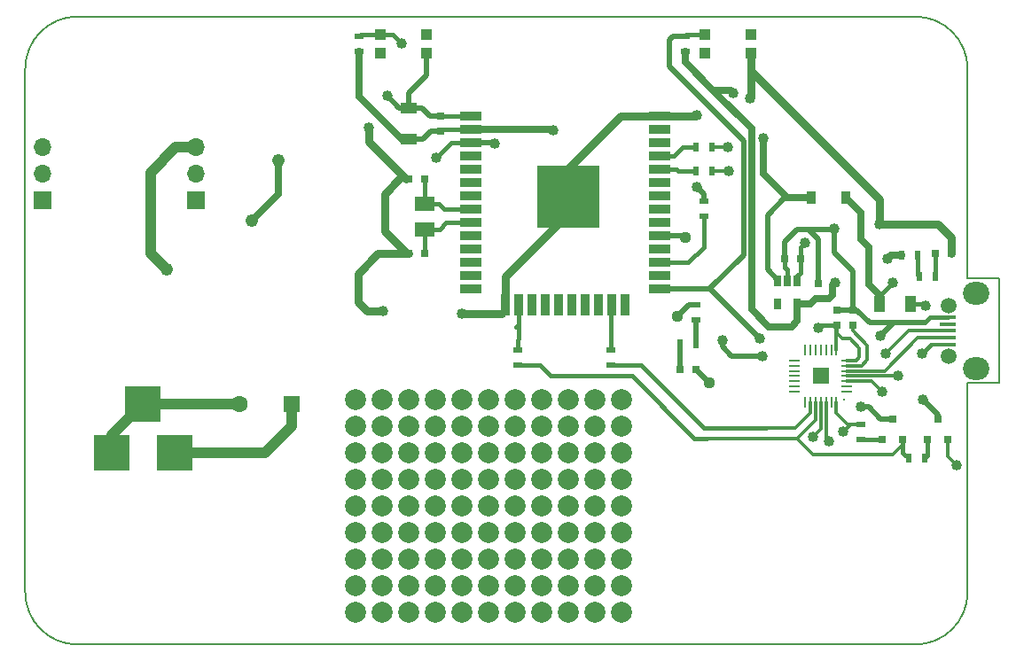
<source format=gbr>
G04 #@! TF.FileFunction,Copper,L1,Top,Signal*
%FSLAX46Y46*%
G04 Gerber Fmt 4.6, Leading zero omitted, Abs format (unit mm)*
G04 Created by KiCad (PCBNEW (2015-01-16 BZR 5376)-product) date 23-May-17 3:49:53 PM*
%MOMM*%
G01*
G04 APERTURE LIST*
%ADD10C,0.100000*%
%ADD11C,0.150000*%
%ADD12R,1.600000X1.000000*%
%ADD13R,0.750000X0.800000*%
%ADD14R,0.800000X0.750000*%
%ADD15R,1.600000X0.400000*%
%ADD16C,1.500000*%
%ADD17O,2.500000X2.200000*%
%ADD18R,2.000000X0.900000*%
%ADD19R,0.900000X2.000000*%
%ADD20R,6.000000X6.000000*%
%ADD21R,0.900000X0.500000*%
%ADD22R,0.500000X0.900000*%
%ADD23R,1.000760X1.000760*%
%ADD24R,0.650000X1.060000*%
%ADD25R,1.900000X1.400000*%
%ADD26R,0.797560X0.797560*%
%ADD27R,0.800100X0.800100*%
%ADD28R,1.000000X1.600000*%
%ADD29R,1.000760X0.231140*%
%ADD30R,0.231140X1.000760*%
%ADD31R,1.501140X1.501140*%
%ADD32C,0.299720*%
%ADD33R,1.600000X1.600000*%
%ADD34C,1.600000*%
%ADD35R,3.500000X3.500000*%
%ADD36R,0.910000X1.220000*%
%ADD37C,2.000000*%
%ADD38R,1.700000X1.700000*%
%ADD39O,1.700000X1.700000*%
%ADD40C,1.010000*%
%ADD41C,1.210000*%
%ADD42C,1.110000*%
%ADD43C,0.635000*%
%ADD44C,0.381000*%
%ADD45C,0.508000*%
%ADD46C,0.762000*%
%ADD47C,0.304800*%
%ADD48C,1.016000*%
G04 APERTURE END LIST*
D10*
D11*
X65000000Y-112500000D02*
X65000000Y-82500000D01*
X155000000Y-77500000D02*
X155000000Y-87500000D01*
X65000000Y-122500000D02*
X65000000Y-112500000D01*
X65000000Y-72500000D02*
X65000000Y-82500000D01*
X158000000Y-102500000D02*
X155000000Y-102500000D01*
X158000000Y-92500000D02*
X158000000Y-102500000D01*
X155000000Y-92500000D02*
X158000000Y-92500000D01*
X150000000Y-67500000D02*
X70000000Y-67500000D01*
X155000000Y-77500000D02*
X155000000Y-72500000D01*
X155000000Y-122500000D02*
X155000000Y-102500000D01*
X70000000Y-127500000D02*
X150000000Y-127500000D01*
X155000000Y-72500000D02*
G75*
G03X150000000Y-67500000I-5000000J0D01*
G01*
X150000000Y-127500000D02*
G75*
G03X155000000Y-122500000I0J5000000D01*
G01*
X65000000Y-122500000D02*
G75*
G03X70000000Y-127500000I5000000J0D01*
G01*
X70000000Y-67500000D02*
G75*
G03X65000000Y-72500000I0J-5000000D01*
G01*
X155000000Y-92500000D02*
X155000000Y-87500000D01*
D12*
X101600000Y-79224000D03*
X101600000Y-76224000D03*
D13*
X104648000Y-78474000D03*
X104648000Y-76974000D03*
D14*
X139053000Y-90678000D03*
X137553000Y-90678000D03*
X103112000Y-83058000D03*
X101612000Y-83058000D03*
X103112000Y-90170000D03*
X101612000Y-90170000D03*
D13*
X140716000Y-94476000D03*
X140716000Y-92976000D03*
X144018000Y-97016000D03*
X144018000Y-95516000D03*
D15*
X153062000Y-98836000D03*
X153062000Y-98186000D03*
X153062000Y-97536000D03*
X153062000Y-96886000D03*
X153062000Y-96236000D03*
D16*
X153162000Y-99961000D03*
D17*
X155812000Y-101161000D03*
D16*
X153162000Y-95111000D03*
D17*
X155812000Y-93911000D03*
D18*
X107586000Y-77046000D03*
X107586000Y-78316000D03*
X107586000Y-79586000D03*
X107586000Y-80856000D03*
X107586000Y-82126000D03*
X107586000Y-83396000D03*
X107586000Y-84666000D03*
X107586000Y-85936000D03*
X107586000Y-87206000D03*
X107586000Y-88476000D03*
X107586000Y-89746000D03*
X107586000Y-91016000D03*
X107586000Y-92286000D03*
X107586000Y-93556000D03*
X125586000Y-77046000D03*
X125586000Y-93556000D03*
X125586000Y-92286000D03*
X125586000Y-91016000D03*
X125586000Y-89746000D03*
X125586000Y-88476000D03*
X125586000Y-87206000D03*
X125586000Y-85936000D03*
X125586000Y-84666000D03*
X125586000Y-83396000D03*
X125586000Y-82126000D03*
X125586000Y-80856000D03*
X125586000Y-79586000D03*
X125586000Y-78316000D03*
D19*
X110871000Y-95046000D03*
X112156000Y-95046000D03*
X113411000Y-95046000D03*
X114681000Y-95046000D03*
X115951000Y-95046000D03*
X117221000Y-95046000D03*
X118491000Y-95046000D03*
X119761000Y-95046000D03*
X121031000Y-95046000D03*
X122301000Y-95046000D03*
D20*
X116886000Y-84746000D03*
D21*
X96901000Y-70854000D03*
X96901000Y-69354000D03*
D22*
X127520000Y-98806000D03*
X129020000Y-98806000D03*
D21*
X129032000Y-95008000D03*
X129032000Y-96508000D03*
D22*
X150229000Y-90297000D03*
X148729000Y-90297000D03*
X151880000Y-92329000D03*
X150380000Y-92329000D03*
D21*
X128016000Y-70854000D03*
X128016000Y-69354000D03*
X144780000Y-107938000D03*
X144780000Y-106438000D03*
D22*
X150864000Y-109728000D03*
X149364000Y-109728000D03*
D23*
X98892000Y-69204000D03*
X103292000Y-71004000D03*
X98892000Y-71004000D03*
X103292000Y-69204000D03*
X129880000Y-69204000D03*
X134280000Y-71004000D03*
X129880000Y-71004000D03*
X134280000Y-69204000D03*
D24*
X138745000Y-92753000D03*
X137795000Y-92753000D03*
X136845000Y-92753000D03*
X136845000Y-94953000D03*
X138745000Y-94953000D03*
D25*
X103124000Y-85414000D03*
X103124000Y-87814000D03*
D26*
X129019300Y-101219000D03*
X127520700Y-101219000D03*
X153403300Y-90170000D03*
X151904700Y-90170000D03*
D27*
X146878000Y-107934760D03*
X148778000Y-107934760D03*
X147828000Y-105935780D03*
X151196000Y-107934760D03*
X153096000Y-107934760D03*
X152146000Y-105935780D03*
D13*
X142494000Y-95516000D03*
X142494000Y-97016000D03*
D28*
X146582000Y-94996000D03*
X149582000Y-94996000D03*
D21*
X120904000Y-99326000D03*
X120904000Y-100826000D03*
X112014000Y-99326000D03*
X112014000Y-100826000D03*
D22*
X129044000Y-80010000D03*
X130544000Y-80010000D03*
X129044000Y-82296000D03*
X130544000Y-82296000D03*
D29*
X143469360Y-100352860D03*
X143469360Y-100853240D03*
X143469360Y-101353620D03*
X143469360Y-101854000D03*
X143469360Y-102354380D03*
X143469360Y-102854760D03*
X143469360Y-103355140D03*
D30*
X142471140Y-104353360D03*
X141970760Y-104353360D03*
X141470380Y-104353360D03*
X140970000Y-104353360D03*
X140469620Y-104353360D03*
X139969240Y-104353360D03*
X139468860Y-104353360D03*
D29*
X138470640Y-103355140D03*
X138470640Y-102854760D03*
X138470640Y-102354380D03*
X138470640Y-101854000D03*
X138470640Y-101353620D03*
X138470640Y-100853240D03*
X138470640Y-100352860D03*
D30*
X139468860Y-99354640D03*
X139969240Y-99354640D03*
X140469620Y-99354640D03*
X140970000Y-99354640D03*
X141470380Y-99354640D03*
X141970760Y-99354640D03*
X142471140Y-99354640D03*
D31*
X140970000Y-101854000D03*
D32*
X143220440Y-104104440D03*
D33*
X90424000Y-104521000D03*
D34*
X85424000Y-104521000D03*
D21*
X129794000Y-85102000D03*
X129794000Y-86602000D03*
D35*
X79248000Y-109220000D03*
X73248000Y-109220000D03*
X76248000Y-104520000D03*
D36*
X140097000Y-84836000D03*
X143367000Y-84836000D03*
D37*
X96520000Y-104140000D03*
X99060000Y-104140000D03*
X101600000Y-104140000D03*
X104140000Y-104140000D03*
X106680000Y-104140000D03*
X109220000Y-104140000D03*
X111760000Y-104140000D03*
X114300000Y-104140000D03*
X116840000Y-104140000D03*
X119380000Y-104140000D03*
X121920000Y-104140000D03*
X96520000Y-106680000D03*
X99060000Y-106680000D03*
X101600000Y-106680000D03*
X104140000Y-106680000D03*
X106680000Y-106680000D03*
X109220000Y-106680000D03*
X111760000Y-106680000D03*
X114300000Y-106680000D03*
X116840000Y-106680000D03*
X119380000Y-106680000D03*
X121920000Y-106680000D03*
X96520000Y-109220000D03*
X99060000Y-109220000D03*
X101600000Y-109220000D03*
X104140000Y-109220000D03*
X106680000Y-109220000D03*
X109220000Y-109220000D03*
X111760000Y-109220000D03*
X114300000Y-109220000D03*
X116840000Y-109220000D03*
X119380000Y-109220000D03*
X121920000Y-109220000D03*
X96520000Y-111760000D03*
X99060000Y-111760000D03*
X101600000Y-111760000D03*
X104140000Y-111760000D03*
X106680000Y-111760000D03*
X109220000Y-111760000D03*
X111760000Y-111760000D03*
X114300000Y-111760000D03*
X116840000Y-111760000D03*
X119380000Y-111760000D03*
X121920000Y-111760000D03*
X96520000Y-114300000D03*
X99060000Y-114300000D03*
X101600000Y-114300000D03*
X104140000Y-114300000D03*
X106680000Y-114300000D03*
X109220000Y-114300000D03*
X111760000Y-114300000D03*
X114300000Y-114300000D03*
X116840000Y-114300000D03*
X119380000Y-114300000D03*
X121920000Y-114300000D03*
X96520000Y-116840000D03*
X99060000Y-116840000D03*
X101600000Y-116840000D03*
X104140000Y-116840000D03*
X106680000Y-116840000D03*
X109220000Y-116840000D03*
X111760000Y-116840000D03*
X114300000Y-116840000D03*
X116840000Y-116840000D03*
X119380000Y-116840000D03*
X121920000Y-116840000D03*
X96520000Y-119380000D03*
X99060000Y-119380000D03*
X101600000Y-119380000D03*
X104140000Y-119380000D03*
X106680000Y-119380000D03*
X109220000Y-119380000D03*
X111760000Y-119380000D03*
X114300000Y-119380000D03*
X116840000Y-119380000D03*
X119380000Y-119380000D03*
X121920000Y-119380000D03*
X96520000Y-121920000D03*
X99060000Y-121920000D03*
X101600000Y-121920000D03*
X104140000Y-121920000D03*
X106680000Y-121920000D03*
X109220000Y-121920000D03*
X111760000Y-121920000D03*
X114300000Y-121920000D03*
X116840000Y-121920000D03*
X119380000Y-121920000D03*
X121920000Y-121920000D03*
X96520000Y-124460000D03*
X99060000Y-124460000D03*
X101600000Y-124460000D03*
X104140000Y-124460000D03*
X106680000Y-124460000D03*
X109220000Y-124460000D03*
X111760000Y-124460000D03*
X114300000Y-124460000D03*
X116840000Y-124460000D03*
X119380000Y-124460000D03*
X121920000Y-124460000D03*
D38*
X81280000Y-85090000D03*
D39*
X81280000Y-82550000D03*
X81280000Y-80010000D03*
D38*
X66675000Y-85090000D03*
D39*
X66675000Y-82550000D03*
X66675000Y-80010000D03*
D40*
X147320000Y-90678000D03*
X142367000Y-92964000D03*
X132588000Y-74803000D03*
X115443000Y-78359000D03*
X146558000Y-87376000D03*
X142240000Y-87757000D03*
X146812000Y-103378000D03*
X146685000Y-98044000D03*
X99187000Y-95631000D03*
X106680000Y-95885000D03*
X129159000Y-76962000D03*
X134239000Y-75311000D03*
X97790000Y-78105000D03*
X99568000Y-75057000D03*
D41*
X78486000Y-91694000D03*
D42*
X130302000Y-102489000D03*
D40*
X139446000Y-89154000D03*
X135509000Y-79121000D03*
D41*
X86614000Y-86995000D03*
X89154000Y-81280000D03*
D40*
X150622000Y-99695000D03*
X151003000Y-95123000D03*
X147193000Y-99695000D03*
X148336000Y-101854000D03*
X104267000Y-81026000D03*
X100965000Y-70104000D03*
X144780000Y-104775000D03*
X135382000Y-99949000D03*
X131572000Y-98425000D03*
X109855000Y-79629000D03*
X135128000Y-98298000D03*
X150749000Y-104140000D03*
X143129000Y-107188000D03*
X153924000Y-110363000D03*
X129159000Y-83820000D03*
X140208000Y-107696000D03*
X132080000Y-80010000D03*
X141732000Y-108077000D03*
X132207000Y-82296000D03*
X140716000Y-97282000D03*
X147828000Y-92964000D03*
D42*
X128016000Y-88646000D03*
X127254000Y-96139000D03*
D43*
X147701000Y-90297000D02*
X147320000Y-90678000D01*
D44*
X142367000Y-92964000D02*
X142113000Y-93218000D01*
D43*
X142113000Y-93218000D02*
X142113000Y-94107000D01*
X142113000Y-94107000D02*
X141744000Y-94476000D01*
X141744000Y-94476000D02*
X140716000Y-94476000D01*
X148729000Y-90297000D02*
X147701000Y-90297000D01*
X139997000Y-94953000D02*
X138745000Y-94953000D01*
X140474000Y-94476000D02*
X139997000Y-94953000D01*
D44*
X140716000Y-94476000D02*
X140474000Y-94476000D01*
D43*
X130683000Y-74549000D02*
X128016000Y-71882000D01*
X128016000Y-71882000D02*
X128016000Y-70854000D01*
X134366000Y-78232000D02*
X130683000Y-74549000D01*
X134366000Y-95504000D02*
X134366000Y-78232000D01*
X136017000Y-97155000D02*
X134366000Y-95504000D01*
X138176000Y-97155000D02*
X136017000Y-97155000D01*
X138745000Y-96586000D02*
X138176000Y-97155000D01*
X138745000Y-94953000D02*
X138745000Y-96586000D01*
D44*
X104806000Y-78316000D02*
X104648000Y-78474000D01*
X107586000Y-78316000D02*
X104806000Y-78316000D01*
D45*
X103771000Y-78474000D02*
X103021000Y-79224000D01*
X103021000Y-79224000D02*
X101600000Y-79224000D01*
X104648000Y-78474000D02*
X103771000Y-78474000D01*
D43*
X96901000Y-75184000D02*
X96901000Y-70854000D01*
X100941000Y-79224000D02*
X96901000Y-75184000D01*
D44*
X101600000Y-79224000D02*
X100941000Y-79224000D01*
D45*
X132588000Y-74803000D02*
X132334000Y-74549000D01*
D43*
X132334000Y-74549000D02*
X130683000Y-74549000D01*
X107586000Y-78316000D02*
X115400000Y-78316000D01*
D45*
X115400000Y-78316000D02*
X115443000Y-78359000D01*
X145669000Y-96774000D02*
X144411000Y-95516000D01*
D44*
X144411000Y-95516000D02*
X144018000Y-95516000D01*
X153062000Y-96236000D02*
X151414000Y-96236000D01*
X151414000Y-96236000D02*
X150876000Y-96774000D01*
D45*
X148844000Y-96774000D02*
X145669000Y-96774000D01*
X150876000Y-96774000D02*
X148844000Y-96774000D01*
X144018000Y-95516000D02*
X142494000Y-95516000D01*
X140716000Y-88773000D02*
X139827000Y-87884000D01*
X139446000Y-87884000D02*
X138684000Y-87884000D01*
D44*
X139827000Y-87884000D02*
X139446000Y-87884000D01*
D45*
X138684000Y-87884000D02*
X137553000Y-89015000D01*
X137553000Y-89015000D02*
X137553000Y-90678000D01*
X140716000Y-92976000D02*
X140716000Y-88773000D01*
D44*
X137795000Y-91694000D02*
X137553000Y-91452000D01*
X137553000Y-91452000D02*
X137553000Y-90678000D01*
X137795000Y-92753000D02*
X137795000Y-91694000D01*
D46*
X153403300Y-88633300D02*
X152146000Y-87376000D01*
X152146000Y-87376000D02*
X146558000Y-87376000D01*
D44*
X142240000Y-87757000D02*
X142113000Y-87884000D01*
D45*
X142113000Y-87884000D02*
X139446000Y-87884000D01*
D46*
X153403300Y-90170000D02*
X153403300Y-88633300D01*
D47*
X145788380Y-102354380D02*
X146812000Y-103378000D01*
D45*
X146685000Y-98044000D02*
X147955000Y-96774000D01*
D47*
X147955000Y-96774000D02*
X148844000Y-96774000D01*
X143469360Y-102354380D02*
X145788380Y-102354380D01*
D44*
X134280000Y-72685000D02*
X134280000Y-71004000D01*
D46*
X146558000Y-84963000D02*
X134280000Y-72685000D01*
X146558000Y-87376000D02*
X146558000Y-84963000D01*
D45*
X144018000Y-91821000D02*
X142240000Y-90043000D01*
X142240000Y-90043000D02*
X142240000Y-87757000D01*
X144018000Y-95516000D02*
X144018000Y-91821000D01*
D46*
X96786700Y-92062300D02*
X98679000Y-90170000D01*
X98679000Y-90170000D02*
X101612000Y-90170000D01*
X96786700Y-93472000D02*
X96786700Y-92062300D01*
X99314000Y-88011000D02*
X99314000Y-84455000D01*
X99314000Y-84455000D02*
X100711000Y-83058000D01*
D44*
X100711000Y-83058000D02*
X101612000Y-83058000D01*
D46*
X101473000Y-90170000D02*
X99314000Y-88011000D01*
D44*
X101612000Y-90170000D02*
X101473000Y-90170000D01*
X104720000Y-77046000D02*
X104648000Y-76974000D01*
X107586000Y-77046000D02*
X104720000Y-77046000D01*
D45*
X103644000Y-76974000D02*
X102894000Y-76224000D01*
X102894000Y-76224000D02*
X101600000Y-76224000D01*
X104648000Y-76974000D02*
X103644000Y-76974000D01*
X101600000Y-74803000D02*
X103292000Y-73111000D01*
X103292000Y-73111000D02*
X103292000Y-71004000D01*
X101600000Y-76224000D02*
X101600000Y-74803000D01*
D46*
X121836000Y-77046000D02*
X125586000Y-77046000D01*
X116886000Y-81996000D02*
X121836000Y-77046000D01*
D45*
X116886000Y-84746000D02*
X116886000Y-81996000D01*
X116886000Y-86314000D02*
X116886000Y-84746000D01*
D46*
X110871000Y-92329000D02*
X116886000Y-86314000D01*
X110871000Y-95046000D02*
X110871000Y-92329000D01*
D45*
X99187000Y-95631000D02*
X97663000Y-95631000D01*
D46*
X110490000Y-95885000D02*
X106680000Y-95885000D01*
D45*
X110871000Y-95504000D02*
X110490000Y-95885000D01*
X110871000Y-95046000D02*
X110871000Y-95504000D01*
D46*
X97663000Y-95631000D02*
X99187000Y-95631000D01*
X96786700Y-94754700D02*
X97663000Y-95631000D01*
X96786700Y-93472000D02*
X96786700Y-94754700D01*
D45*
X129075000Y-77046000D02*
X129159000Y-76962000D01*
X134239000Y-75311000D02*
X134280000Y-75270000D01*
D46*
X134280000Y-75270000D02*
X134280000Y-71004000D01*
X125586000Y-77046000D02*
X129075000Y-77046000D01*
D45*
X99568000Y-75057000D02*
X100735000Y-76224000D01*
X100735000Y-76224000D02*
X101600000Y-76224000D01*
D46*
X97790000Y-79502000D02*
X97790000Y-78105000D01*
X101346000Y-83058000D02*
X97790000Y-79502000D01*
D45*
X101612000Y-83058000D02*
X101346000Y-83058000D01*
D48*
X79375000Y-80010000D02*
X81280000Y-80010000D01*
X76962000Y-82423000D02*
X79375000Y-80010000D01*
X76962000Y-90170000D02*
X76962000Y-82423000D01*
X78486000Y-91694000D02*
X76962000Y-90170000D01*
X73248000Y-107520000D02*
X76248000Y-104520000D01*
X73248000Y-109220000D02*
X73248000Y-107520000D01*
X76294000Y-104474000D02*
X76248000Y-104520000D01*
D45*
X129032000Y-101219000D02*
X130302000Y-102489000D01*
X129019300Y-101219000D02*
X129032000Y-101219000D01*
D48*
X85423000Y-104520000D02*
X85424000Y-104521000D01*
X76248000Y-104520000D02*
X85423000Y-104520000D01*
D44*
X139053000Y-91960000D02*
X139053000Y-90678000D01*
X138745000Y-92268000D02*
X139053000Y-91960000D01*
X138745000Y-92753000D02*
X138745000Y-92268000D01*
X139053000Y-89547000D02*
X139446000Y-89154000D01*
X139053000Y-90678000D02*
X139053000Y-89547000D01*
X136845000Y-92753000D02*
X136845000Y-92649000D01*
D45*
X136845000Y-92649000D02*
X135890000Y-91694000D01*
D44*
X135890000Y-88519000D02*
X135890000Y-88265000D01*
D45*
X135890000Y-91694000D02*
X135890000Y-88519000D01*
D43*
X135509000Y-82550000D02*
X135509000Y-79121000D01*
X137795000Y-84836000D02*
X135509000Y-82550000D01*
X140097000Y-84836000D02*
X137795000Y-84836000D01*
D45*
X135890000Y-86487000D02*
X137541000Y-84836000D01*
X137541000Y-84836000D02*
X140097000Y-84836000D01*
X135890000Y-88519000D02*
X135890000Y-86487000D01*
D43*
X86614000Y-86995000D02*
X89154000Y-84455000D01*
X89154000Y-84455000D02*
X89154000Y-81280000D01*
D48*
X87884000Y-109220000D02*
X90424000Y-106680000D01*
X90424000Y-106680000D02*
X90424000Y-104521000D01*
X79248000Y-109220000D02*
X87884000Y-109220000D01*
D44*
X104986000Y-85936000D02*
X104464000Y-85414000D01*
X104464000Y-85414000D02*
X103124000Y-85414000D01*
X107586000Y-85936000D02*
X104986000Y-85936000D01*
X103124000Y-83070000D02*
X103112000Y-83058000D01*
X103124000Y-85414000D02*
X103124000Y-83070000D01*
X105199000Y-87206000D02*
X104591000Y-87814000D01*
X104591000Y-87814000D02*
X103124000Y-87814000D01*
X107586000Y-87206000D02*
X105199000Y-87206000D01*
X103112000Y-87826000D02*
X103124000Y-87814000D01*
X103112000Y-90170000D02*
X103112000Y-87826000D01*
X151481000Y-98836000D02*
X150622000Y-99695000D01*
D47*
X151003000Y-95123000D02*
X150876000Y-94996000D01*
D44*
X150876000Y-94996000D02*
X149582000Y-94996000D01*
D47*
X153062000Y-98836000D02*
X151481000Y-98836000D01*
X150226000Y-98186000D02*
X147058380Y-101353620D01*
X147058380Y-101353620D02*
X143469360Y-101353620D01*
X153062000Y-98186000D02*
X150226000Y-98186000D01*
X143469360Y-101858422D02*
X143469360Y-101854000D01*
X149352000Y-97536000D02*
X147193000Y-99695000D01*
X148336000Y-101854000D02*
X148331578Y-101858422D01*
X148331578Y-101858422D02*
X143469360Y-101858422D01*
X153062000Y-97536000D02*
X149352000Y-97536000D01*
D44*
X97051000Y-69204000D02*
X96901000Y-69354000D01*
X98892000Y-69204000D02*
X97051000Y-69204000D01*
X105707000Y-79586000D02*
X104267000Y-81026000D01*
X100965000Y-70104000D02*
X100065000Y-69204000D01*
X100065000Y-69204000D02*
X98892000Y-69204000D01*
X107586000Y-79586000D02*
X105707000Y-79586000D01*
D45*
X146702780Y-105935780D02*
X145542000Y-104775000D01*
X145542000Y-104775000D02*
X144780000Y-104775000D01*
X135382000Y-99949000D02*
X132461000Y-99949000D01*
X132461000Y-99949000D02*
X131572000Y-99060000D01*
X131572000Y-99060000D02*
X131572000Y-98425000D01*
X109855000Y-79629000D02*
X109812000Y-79586000D01*
X109812000Y-79586000D02*
X107586000Y-79586000D01*
X147828000Y-105935780D02*
X146702780Y-105935780D01*
D44*
X128166000Y-69204000D02*
X128016000Y-69354000D01*
X129880000Y-69204000D02*
X128166000Y-69204000D01*
D45*
X127635000Y-73406000D02*
X127508000Y-73279000D01*
X130345000Y-93556000D02*
X133604000Y-90297000D01*
X133604000Y-90297000D02*
X133604000Y-79375000D01*
X133604000Y-79375000D02*
X127635000Y-73406000D01*
X125586000Y-93556000D02*
X130345000Y-93556000D01*
X126492000Y-72263000D02*
X127635000Y-73406000D01*
X126861000Y-69354000D02*
X126492000Y-69723000D01*
X128016000Y-69354000D02*
X126861000Y-69354000D01*
X126492000Y-72263000D02*
X126492000Y-69723000D01*
X130386000Y-93556000D02*
X125586000Y-93556000D01*
X135128000Y-98298000D02*
X130386000Y-93556000D01*
X152146000Y-105537000D02*
X150749000Y-104140000D01*
X152146000Y-105935780D02*
X152146000Y-105537000D01*
D44*
X127211000Y-82126000D02*
X127381000Y-82296000D01*
X127381000Y-82296000D02*
X129044000Y-82296000D01*
X125586000Y-82126000D02*
X127211000Y-82126000D01*
X126916000Y-80856000D02*
X127762000Y-80010000D01*
X127762000Y-80010000D02*
X129044000Y-80010000D01*
X125586000Y-80856000D02*
X126916000Y-80856000D01*
X112156000Y-98283000D02*
X112014000Y-98425000D01*
X112014000Y-98425000D02*
X112014000Y-99326000D01*
X112156000Y-95046000D02*
X112156000Y-98283000D01*
X112156000Y-96886000D02*
X111887000Y-97155000D01*
X112156000Y-95046000D02*
X112156000Y-96886000D01*
X120904000Y-95173000D02*
X121031000Y-95046000D01*
X120904000Y-99326000D02*
X120904000Y-95173000D01*
X144783240Y-107934760D02*
X144780000Y-107938000D01*
X146878000Y-107934760D02*
X144783240Y-107934760D01*
X148778000Y-109142000D02*
X149364000Y-109728000D01*
X148778000Y-107934760D02*
X148778000Y-109142000D01*
D47*
X148778000Y-108397000D02*
X147828000Y-109347000D01*
X147828000Y-109347000D02*
X145669000Y-109347000D01*
X148778000Y-107934760D02*
X148778000Y-108397000D01*
X141224000Y-109347000D02*
X141097000Y-109347000D01*
X145669000Y-109347000D02*
X141224000Y-109347000D01*
X136525000Y-107823000D02*
X130048000Y-107823000D01*
X138684000Y-107823000D02*
X136525000Y-107823000D01*
X140469620Y-106037380D02*
X138684000Y-107823000D01*
X140469620Y-104353360D02*
X140469620Y-106037380D01*
X140208000Y-109347000D02*
X138684000Y-107823000D01*
X141224000Y-109347000D02*
X140208000Y-109347000D01*
D44*
X128905000Y-107823000D02*
X122936000Y-101854000D01*
X122936000Y-101854000D02*
X115189000Y-101854000D01*
X115189000Y-101854000D02*
X114161000Y-100826000D01*
X114161000Y-100826000D02*
X112014000Y-100826000D01*
X130048000Y-107823000D02*
X128905000Y-107823000D01*
X151196000Y-109396000D02*
X150864000Y-109728000D01*
X151196000Y-107934760D02*
X151196000Y-109396000D01*
D47*
X142471140Y-105387140D02*
X143522000Y-106438000D01*
X143522000Y-106438000D02*
X144780000Y-106438000D01*
X142471140Y-104353360D02*
X142471140Y-105387140D01*
X143879000Y-106438000D02*
X143129000Y-107188000D01*
X153924000Y-110363000D02*
X153096000Y-109535000D01*
X153096000Y-109535000D02*
X153096000Y-107934760D01*
X144780000Y-106438000D02*
X143879000Y-106438000D01*
D45*
X127520000Y-101218300D02*
X127520700Y-101219000D01*
X127520000Y-98806000D02*
X127520000Y-101218300D01*
X129032000Y-98794000D02*
X129020000Y-98806000D01*
X129032000Y-96508000D02*
X129032000Y-98794000D01*
D44*
X150229000Y-92178000D02*
X150380000Y-92329000D01*
X150229000Y-90297000D02*
X150229000Y-92178000D01*
X151880000Y-90194700D02*
X151904700Y-90170000D01*
X151880000Y-92329000D02*
X151880000Y-90194700D01*
D45*
X129794000Y-84455000D02*
X129159000Y-83820000D01*
X129794000Y-85102000D02*
X129794000Y-84455000D01*
D47*
X144891760Y-100853240D02*
X145415000Y-100330000D01*
X145415000Y-100330000D02*
X145415000Y-98933000D01*
X145415000Y-98933000D02*
X144018000Y-97536000D01*
X144018000Y-97536000D02*
X144018000Y-97016000D01*
X143469360Y-100853240D02*
X144891760Y-100853240D01*
X139969240Y-105394760D02*
X138557000Y-106807000D01*
X138557000Y-106807000D02*
X135763000Y-106807000D01*
X139969240Y-104353360D02*
X139969240Y-105394760D01*
D44*
X129794000Y-106807000D02*
X123813000Y-100826000D01*
X123813000Y-100826000D02*
X120904000Y-100826000D01*
X135763000Y-106807000D02*
X129794000Y-106807000D01*
D47*
X140970000Y-106934000D02*
X140208000Y-107696000D01*
X132080000Y-80010000D02*
X130544000Y-80010000D01*
X140970000Y-104353360D02*
X140970000Y-106934000D01*
X141470380Y-107815380D02*
X141732000Y-108077000D01*
X132207000Y-82296000D02*
X130544000Y-82296000D01*
X141470380Y-104353360D02*
X141470380Y-107815380D01*
D44*
X128313000Y-91016000D02*
X129794000Y-89535000D01*
X129794000Y-89535000D02*
X129794000Y-86602000D01*
X125586000Y-91016000D02*
X128313000Y-91016000D01*
D47*
X142471140Y-97038860D02*
X142494000Y-97016000D01*
X142471140Y-99354640D02*
X142471140Y-97038860D01*
X144376140Y-100352860D02*
X144653000Y-100076000D01*
X144653000Y-100076000D02*
X144653000Y-99187000D01*
X144653000Y-99187000D02*
X143764000Y-98298000D01*
X143764000Y-98298000D02*
X143002000Y-98298000D01*
X143002000Y-98298000D02*
X142494000Y-97790000D01*
X142494000Y-97790000D02*
X142494000Y-97016000D01*
X143469360Y-100352860D02*
X144376140Y-100352860D01*
D44*
X146582000Y-94210000D02*
X146582000Y-94996000D01*
X140982000Y-97016000D02*
X140716000Y-97282000D01*
X147828000Y-92964000D02*
X146582000Y-94210000D01*
X142494000Y-97016000D02*
X140982000Y-97016000D01*
D43*
X146582000Y-94131000D02*
X145542000Y-93091000D01*
X145542000Y-90424000D02*
X145542000Y-90297000D01*
X145542000Y-93091000D02*
X145542000Y-90424000D01*
X146582000Y-94996000D02*
X146582000Y-94131000D01*
X145542000Y-89535000D02*
X144780000Y-88773000D01*
X144780000Y-88773000D02*
X144780000Y-86249000D01*
X144780000Y-86249000D02*
X143367000Y-84836000D01*
X145542000Y-90424000D02*
X145542000Y-89535000D01*
D45*
X127846000Y-88476000D02*
X128016000Y-88646000D01*
X127254000Y-96139000D02*
X128385000Y-95008000D01*
X128385000Y-95008000D02*
X129032000Y-95008000D01*
X125586000Y-88476000D02*
X127846000Y-88476000D01*
M02*

</source>
